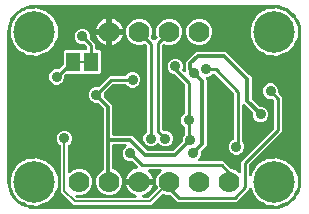
<source format=gbr>
G04 EAGLE Gerber RS-274X export*
G75*
%MOMM*%
%FSLAX34Y34*%
%LPD*%
%INBottom Copper*%
%IPPOS*%
%AMOC8*
5,1,8,0,0,1.08239X$1,22.5*%
G01*
%ADD10C,1.778000*%
%ADD11C,3.516000*%
%ADD12R,1.168400X1.600200*%
%ADD13R,0.635000X0.203200*%
%ADD14C,0.889000*%
%ADD15C,0.254000*%
%ADD16C,0.203200*%
%ADD17C,0.304800*%

G36*
X228622Y2543D02*
X228622Y2543D01*
X228700Y2545D01*
X232077Y2810D01*
X232145Y2824D01*
X232214Y2829D01*
X232370Y2869D01*
X238794Y4956D01*
X238901Y5006D01*
X239012Y5050D01*
X239063Y5083D01*
X239082Y5091D01*
X239097Y5104D01*
X239148Y5136D01*
X244612Y9107D01*
X244699Y9188D01*
X244746Y9227D01*
X244752Y9231D01*
X244753Y9233D01*
X244791Y9264D01*
X244829Y9310D01*
X244844Y9324D01*
X244855Y9341D01*
X244893Y9387D01*
X246586Y11717D01*
X246599Y11741D01*
X246616Y11761D01*
X246675Y11879D01*
X246739Y11996D01*
X246746Y12022D01*
X246758Y12046D01*
X246785Y12174D01*
X246799Y12185D01*
X246823Y12196D01*
X246925Y12281D01*
X247031Y12361D01*
X247048Y12382D01*
X247068Y12398D01*
X247171Y12522D01*
X248864Y14852D01*
X248921Y14956D01*
X248985Y15056D01*
X249007Y15113D01*
X249017Y15131D01*
X249022Y15151D01*
X249044Y15206D01*
X251131Y21630D01*
X251144Y21698D01*
X251167Y21764D01*
X251190Y21923D01*
X251455Y25300D01*
X251455Y25304D01*
X251456Y25307D01*
X251455Y25326D01*
X251459Y25400D01*
X251459Y152400D01*
X251457Y152422D01*
X251455Y152500D01*
X251190Y155877D01*
X251176Y155945D01*
X251171Y156014D01*
X251131Y156170D01*
X249044Y162594D01*
X248993Y162701D01*
X248950Y162812D01*
X248917Y162863D01*
X248909Y162882D01*
X248896Y162897D01*
X248864Y162948D01*
X247171Y165278D01*
X247153Y165297D01*
X247139Y165320D01*
X247044Y165413D01*
X246953Y165509D01*
X246931Y165524D01*
X246912Y165542D01*
X246798Y165608D01*
X246792Y165624D01*
X246789Y165651D01*
X246740Y165775D01*
X246697Y165900D01*
X246682Y165922D01*
X246672Y165947D01*
X246586Y166083D01*
X244893Y168413D01*
X244812Y168499D01*
X244736Y168591D01*
X244690Y168629D01*
X244676Y168644D01*
X244658Y168655D01*
X244612Y168693D01*
X239148Y172664D01*
X239044Y172721D01*
X238944Y172785D01*
X238887Y172807D01*
X238869Y172817D01*
X238849Y172822D01*
X238794Y172844D01*
X232370Y174931D01*
X232302Y174944D01*
X232236Y174967D01*
X232077Y174990D01*
X228700Y175255D01*
X228678Y175254D01*
X228600Y175259D01*
X25400Y175259D01*
X25378Y175257D01*
X25300Y175255D01*
X21923Y174990D01*
X21855Y174976D01*
X21786Y174971D01*
X21630Y174931D01*
X18892Y174041D01*
X18867Y174030D01*
X18841Y174024D01*
X18724Y173963D01*
X18604Y173906D01*
X18583Y173889D01*
X18560Y173877D01*
X18462Y173789D01*
X18445Y173788D01*
X18418Y173793D01*
X18286Y173785D01*
X18153Y173783D01*
X18128Y173775D01*
X18101Y173774D01*
X17945Y173734D01*
X15206Y172844D01*
X15099Y172794D01*
X14988Y172750D01*
X14937Y172717D01*
X14918Y172709D01*
X14903Y172696D01*
X14852Y172664D01*
X9388Y168693D01*
X9301Y168612D01*
X9209Y168536D01*
X9171Y168490D01*
X9156Y168476D01*
X9145Y168458D01*
X9107Y168412D01*
X5136Y162948D01*
X5079Y162844D01*
X5015Y162744D01*
X4993Y162687D01*
X4983Y162669D01*
X4978Y162649D01*
X4956Y162594D01*
X2869Y156170D01*
X2856Y156102D01*
X2833Y156036D01*
X2810Y155877D01*
X2545Y152500D01*
X2546Y152478D01*
X2541Y152400D01*
X2541Y25400D01*
X2543Y25378D01*
X2545Y25300D01*
X2810Y21923D01*
X2824Y21855D01*
X2829Y21786D01*
X2869Y21630D01*
X4956Y15206D01*
X5006Y15099D01*
X5050Y14988D01*
X5083Y14937D01*
X5091Y14918D01*
X5104Y14903D01*
X5136Y14852D01*
X9107Y9388D01*
X9127Y9366D01*
X9138Y9348D01*
X9184Y9305D01*
X9188Y9301D01*
X9264Y9209D01*
X9310Y9171D01*
X9324Y9156D01*
X9342Y9145D01*
X9388Y9107D01*
X14852Y5136D01*
X14956Y5079D01*
X15056Y5015D01*
X15113Y4993D01*
X15131Y4983D01*
X15151Y4978D01*
X15206Y4956D01*
X17945Y4066D01*
X17971Y4061D01*
X17996Y4051D01*
X18127Y4031D01*
X18257Y4006D01*
X18284Y4008D01*
X18310Y4004D01*
X18441Y4018D01*
X18455Y4008D01*
X18474Y3989D01*
X18585Y3917D01*
X18694Y3842D01*
X18719Y3832D01*
X18742Y3818D01*
X18892Y3759D01*
X21630Y2869D01*
X21698Y2856D01*
X21764Y2833D01*
X21923Y2810D01*
X25300Y2545D01*
X25322Y2546D01*
X25400Y2541D01*
X228600Y2541D01*
X228622Y2543D01*
G37*
%LPC*%
G36*
X226876Y5780D02*
X226876Y5780D01*
X226858Y5780D01*
X226743Y5787D01*
X224699Y5787D01*
X224151Y6014D01*
X224052Y6041D01*
X223957Y6077D01*
X223865Y6092D01*
X223844Y6098D01*
X223831Y6098D01*
X223798Y6104D01*
X222379Y6253D01*
X219415Y7964D01*
X219413Y7965D01*
X219410Y7967D01*
X219266Y8038D01*
X217490Y8773D01*
X216893Y9370D01*
X216826Y9422D01*
X216765Y9483D01*
X216651Y9558D01*
X216642Y9565D01*
X216638Y9567D01*
X216631Y9572D01*
X215129Y10439D01*
X213339Y12903D01*
X213326Y12917D01*
X213316Y12933D01*
X213209Y13054D01*
X211973Y14290D01*
X211557Y15296D01*
X211522Y15356D01*
X211497Y15420D01*
X211411Y15556D01*
X210208Y17211D01*
X209648Y19844D01*
X209640Y19870D01*
X209636Y19896D01*
X209587Y20020D01*
X209544Y20145D01*
X209529Y20167D01*
X209519Y20192D01*
X209441Y20299D01*
X209368Y20410D01*
X209348Y20428D01*
X209333Y20449D01*
X209230Y20534D01*
X209132Y20623D01*
X209108Y20635D01*
X209088Y20652D01*
X208968Y20708D01*
X208850Y20770D01*
X208824Y20776D01*
X208800Y20788D01*
X208670Y20812D01*
X208540Y20843D01*
X208514Y20842D01*
X208487Y20847D01*
X208355Y20839D01*
X208222Y20836D01*
X208197Y20829D01*
X208170Y20828D01*
X208044Y20787D01*
X207916Y20751D01*
X207893Y20738D01*
X207868Y20730D01*
X207755Y20659D01*
X207640Y20592D01*
X207621Y20574D01*
X207599Y20559D01*
X207508Y20463D01*
X207413Y20370D01*
X207399Y20347D01*
X207381Y20328D01*
X207317Y20212D01*
X207248Y20098D01*
X207240Y20073D01*
X207227Y20049D01*
X207194Y19921D01*
X207156Y19794D01*
X207155Y19767D01*
X207148Y19741D01*
X207138Y19587D01*
X196313Y8762D01*
X146587Y8762D01*
X141244Y14106D01*
X141165Y14166D01*
X141093Y14234D01*
X141040Y14263D01*
X140992Y14300D01*
X140901Y14340D01*
X140815Y14388D01*
X140756Y14403D01*
X140701Y14427D01*
X140603Y14442D01*
X140507Y14467D01*
X140407Y14473D01*
X140386Y14477D01*
X140374Y14475D01*
X140346Y14477D01*
X137527Y14477D01*
X135172Y15453D01*
X135144Y15461D01*
X135118Y15474D01*
X134991Y15502D01*
X134866Y15537D01*
X134836Y15537D01*
X134807Y15544D01*
X134678Y15540D01*
X134548Y15542D01*
X134519Y15535D01*
X134489Y15534D01*
X134365Y15498D01*
X134238Y15468D01*
X134212Y15454D01*
X134184Y15446D01*
X134072Y15380D01*
X133957Y15319D01*
X133935Y15299D01*
X133910Y15284D01*
X133789Y15178D01*
X126610Y7999D01*
X124453Y5841D01*
X58427Y5841D01*
X56270Y7999D01*
X49909Y14360D01*
X47751Y16517D01*
X47751Y55633D01*
X47748Y55663D01*
X47750Y55692D01*
X47728Y55820D01*
X47711Y55949D01*
X47701Y55976D01*
X47695Y56006D01*
X47642Y56124D01*
X47594Y56245D01*
X47577Y56268D01*
X47565Y56295D01*
X47484Y56397D01*
X47408Y56502D01*
X47385Y56521D01*
X47366Y56544D01*
X47262Y56622D01*
X47173Y56696D01*
X45308Y58561D01*
X44322Y60941D01*
X44322Y63519D01*
X45308Y65899D01*
X47131Y67722D01*
X49511Y68708D01*
X52089Y68708D01*
X54469Y67722D01*
X56292Y65899D01*
X57278Y63519D01*
X57278Y60941D01*
X56292Y58561D01*
X54410Y56679D01*
X54356Y56648D01*
X54335Y56628D01*
X54310Y56612D01*
X54221Y56517D01*
X54128Y56427D01*
X54112Y56402D01*
X54092Y56380D01*
X54029Y56267D01*
X53961Y56156D01*
X53953Y56128D01*
X53938Y56102D01*
X53906Y55976D01*
X53868Y55852D01*
X53866Y55823D01*
X53859Y55794D01*
X53849Y55633D01*
X53849Y34260D01*
X53865Y34130D01*
X53871Y34035D01*
X53876Y34021D01*
X53879Y33984D01*
X53886Y33965D01*
X53889Y33944D01*
X53940Y33815D01*
X53966Y33743D01*
X53969Y33733D01*
X53970Y33731D01*
X53987Y33684D01*
X53998Y33668D01*
X54006Y33649D01*
X54087Y33537D01*
X54165Y33421D01*
X54181Y33408D01*
X54192Y33391D01*
X54300Y33303D01*
X54404Y33211D01*
X54422Y33202D01*
X54437Y33189D01*
X54563Y33129D01*
X54687Y33066D01*
X54707Y33062D01*
X54725Y33053D01*
X54862Y33027D01*
X54997Y32997D01*
X55018Y32997D01*
X55037Y32993D01*
X55176Y33002D01*
X55315Y33006D01*
X55335Y33012D01*
X55355Y33013D01*
X55487Y33056D01*
X55621Y33095D01*
X55638Y33105D01*
X55657Y33111D01*
X55722Y33152D01*
X55741Y33160D01*
X55785Y33192D01*
X55895Y33256D01*
X55916Y33275D01*
X55926Y33281D01*
X55940Y33296D01*
X55991Y33341D01*
X55999Y33346D01*
X56002Y33351D01*
X56015Y33363D01*
X57313Y34660D01*
X61327Y36323D01*
X65673Y36323D01*
X69687Y34660D01*
X72760Y31587D01*
X74423Y27573D01*
X74423Y23227D01*
X72760Y19213D01*
X69687Y16140D01*
X65673Y14477D01*
X61479Y14477D01*
X61341Y14460D01*
X61202Y14447D01*
X61183Y14440D01*
X61163Y14437D01*
X61034Y14386D01*
X60903Y14339D01*
X60886Y14328D01*
X60867Y14320D01*
X60755Y14239D01*
X60640Y14161D01*
X60626Y14145D01*
X60610Y14134D01*
X60521Y14026D01*
X60429Y13922D01*
X60420Y13904D01*
X60407Y13889D01*
X60348Y13763D01*
X60285Y13639D01*
X60280Y13619D01*
X60272Y13601D01*
X60246Y13465D01*
X60215Y13329D01*
X60216Y13308D01*
X60212Y13289D01*
X60220Y13150D01*
X60225Y13011D01*
X60230Y12991D01*
X60232Y12971D01*
X60274Y12839D01*
X60313Y12705D01*
X60323Y12688D01*
X60330Y12669D01*
X60404Y12551D01*
X60475Y12431D01*
X60493Y12410D01*
X60500Y12400D01*
X60508Y12392D01*
X60515Y12386D01*
X60581Y12311D01*
X60581Y12310D01*
X60659Y12250D01*
X60731Y12182D01*
X60784Y12153D01*
X60832Y12116D01*
X60923Y12076D01*
X61010Y12028D01*
X61068Y12013D01*
X61124Y11989D01*
X61222Y11974D01*
X61318Y11949D01*
X61418Y11943D01*
X61438Y11939D01*
X61451Y11941D01*
X61479Y11939D01*
X110725Y11939D01*
X110844Y11954D01*
X110963Y11961D01*
X111001Y11974D01*
X111041Y11979D01*
X111152Y12023D01*
X111265Y12059D01*
X111299Y12081D01*
X111336Y12096D01*
X111433Y12166D01*
X111534Y12230D01*
X111561Y12259D01*
X111594Y12282D01*
X111670Y12375D01*
X111752Y12461D01*
X111771Y12497D01*
X111797Y12527D01*
X111847Y12635D01*
X111905Y12740D01*
X111915Y12779D01*
X111932Y12815D01*
X111955Y12932D01*
X111984Y13048D01*
X111984Y13088D01*
X111992Y13127D01*
X111985Y13247D01*
X111985Y13366D01*
X111975Y13405D01*
X111972Y13445D01*
X111935Y13558D01*
X111906Y13674D01*
X111886Y13709D01*
X111874Y13747D01*
X111810Y13848D01*
X111753Y13953D01*
X111725Y13982D01*
X111704Y14016D01*
X111617Y14098D01*
X111535Y14185D01*
X111502Y14207D01*
X111472Y14234D01*
X111368Y14292D01*
X111267Y14356D01*
X111212Y14378D01*
X111194Y14388D01*
X111174Y14393D01*
X111117Y14415D01*
X109912Y14807D01*
X108309Y15623D01*
X106853Y16681D01*
X105581Y17953D01*
X104523Y19409D01*
X103707Y21012D01*
X103151Y22723D01*
X103123Y22901D01*
X113070Y22901D01*
X113188Y22916D01*
X113307Y22923D01*
X113345Y22935D01*
X113385Y22941D01*
X113496Y22984D01*
X113609Y23021D01*
X113643Y23043D01*
X113681Y23058D01*
X113777Y23127D01*
X113878Y23191D01*
X113906Y23221D01*
X113938Y23244D01*
X114014Y23336D01*
X114096Y23423D01*
X114115Y23458D01*
X114141Y23489D01*
X114192Y23597D01*
X114249Y23701D01*
X114259Y23741D01*
X114277Y23777D01*
X114297Y23884D01*
X114301Y23854D01*
X114345Y23744D01*
X114381Y23631D01*
X114403Y23596D01*
X114418Y23559D01*
X114488Y23462D01*
X114551Y23362D01*
X114581Y23334D01*
X114605Y23301D01*
X114696Y23225D01*
X114783Y23144D01*
X114818Y23124D01*
X114850Y23099D01*
X114957Y23048D01*
X115062Y22990D01*
X115101Y22980D01*
X115137Y22963D01*
X115254Y22941D01*
X115370Y22911D01*
X115430Y22907D01*
X115450Y22903D01*
X115470Y22905D01*
X115530Y22901D01*
X125477Y22901D01*
X125449Y22723D01*
X124893Y21012D01*
X124077Y19409D01*
X123019Y17953D01*
X121747Y16681D01*
X120291Y15623D01*
X118688Y14807D01*
X117483Y14415D01*
X117375Y14364D01*
X117264Y14320D01*
X117231Y14297D01*
X117195Y14280D01*
X117103Y14204D01*
X117006Y14134D01*
X116981Y14103D01*
X116950Y14077D01*
X116880Y13981D01*
X116803Y13889D01*
X116786Y13852D01*
X116763Y13820D01*
X116719Y13709D01*
X116668Y13601D01*
X116660Y13561D01*
X116646Y13524D01*
X116631Y13406D01*
X116608Y13288D01*
X116611Y13249D01*
X116606Y13209D01*
X116620Y13090D01*
X116628Y12971D01*
X116640Y12933D01*
X116645Y12893D01*
X116689Y12782D01*
X116726Y12669D01*
X116747Y12635D01*
X116762Y12597D01*
X116832Y12501D01*
X116896Y12400D01*
X116925Y12372D01*
X116949Y12340D01*
X117041Y12264D01*
X117128Y12182D01*
X117163Y12163D01*
X117194Y12137D01*
X117302Y12086D01*
X117406Y12028D01*
X117445Y12018D01*
X117481Y12001D01*
X117599Y11979D01*
X117714Y11949D01*
X117774Y11945D01*
X117794Y11941D01*
X117814Y11943D01*
X117875Y11939D01*
X121401Y11939D01*
X121500Y11951D01*
X121599Y11954D01*
X121657Y11971D01*
X121717Y11979D01*
X121809Y12015D01*
X121904Y12043D01*
X121956Y12073D01*
X122013Y12096D01*
X122093Y12154D01*
X122178Y12204D01*
X122254Y12270D01*
X122270Y12282D01*
X122278Y12292D01*
X122299Y12310D01*
X129478Y19489D01*
X129496Y19513D01*
X129518Y19532D01*
X129593Y19638D01*
X129673Y19740D01*
X129684Y19768D01*
X129701Y19792D01*
X129747Y19913D01*
X129799Y20032D01*
X129804Y20061D01*
X129814Y20089D01*
X129828Y20218D01*
X129849Y20346D01*
X129846Y20376D01*
X129849Y20405D01*
X129831Y20534D01*
X129819Y20663D01*
X129809Y20691D01*
X129805Y20720D01*
X129753Y20872D01*
X128777Y23227D01*
X128777Y27573D01*
X130440Y31587D01*
X132753Y33901D01*
X132839Y34010D01*
X132927Y34117D01*
X132936Y34136D01*
X132948Y34152D01*
X133004Y34280D01*
X133063Y34405D01*
X133067Y34425D01*
X133075Y34444D01*
X133097Y34582D01*
X133123Y34718D01*
X133121Y34738D01*
X133125Y34758D01*
X133112Y34897D01*
X133103Y35035D01*
X133097Y35054D01*
X133095Y35074D01*
X133048Y35206D01*
X133005Y35337D01*
X132994Y35355D01*
X132987Y35374D01*
X132909Y35489D01*
X132835Y35606D01*
X132820Y35620D01*
X132809Y35637D01*
X132704Y35729D01*
X132603Y35824D01*
X132585Y35834D01*
X132570Y35847D01*
X132446Y35911D01*
X132325Y35978D01*
X132305Y35983D01*
X132287Y35992D01*
X132151Y36022D01*
X132017Y36057D01*
X131989Y36059D01*
X131977Y36062D01*
X131956Y36061D01*
X131856Y36067D01*
X122862Y36067D01*
X122724Y36050D01*
X122586Y36037D01*
X122567Y36030D01*
X122547Y36027D01*
X122418Y35976D01*
X122287Y35929D01*
X122270Y35918D01*
X122251Y35910D01*
X122139Y35829D01*
X122024Y35751D01*
X122010Y35735D01*
X121994Y35724D01*
X121905Y35616D01*
X121813Y35512D01*
X121804Y35494D01*
X121791Y35479D01*
X121732Y35353D01*
X121669Y35229D01*
X121664Y35209D01*
X121656Y35191D01*
X121629Y35054D01*
X121599Y34919D01*
X121600Y34898D01*
X121596Y34879D01*
X121604Y34740D01*
X121609Y34601D01*
X121614Y34581D01*
X121616Y34561D01*
X121658Y34429D01*
X121697Y34295D01*
X121707Y34278D01*
X121714Y34259D01*
X121788Y34141D01*
X121859Y34021D01*
X121877Y34000D01*
X121884Y33990D01*
X121899Y33976D01*
X121965Y33901D01*
X123019Y32847D01*
X124077Y31391D01*
X124893Y29788D01*
X125449Y28077D01*
X125477Y27899D01*
X115530Y27899D01*
X115412Y27884D01*
X115293Y27877D01*
X115255Y27864D01*
X115215Y27859D01*
X115104Y27816D01*
X114991Y27779D01*
X114957Y27757D01*
X114919Y27742D01*
X114823Y27673D01*
X114722Y27609D01*
X114694Y27579D01*
X114662Y27556D01*
X114586Y27464D01*
X114504Y27377D01*
X114485Y27342D01*
X114459Y27311D01*
X114408Y27203D01*
X114351Y27099D01*
X114341Y27059D01*
X114323Y27023D01*
X114303Y26916D01*
X114299Y26946D01*
X114255Y27056D01*
X114219Y27169D01*
X114197Y27204D01*
X114182Y27241D01*
X114112Y27337D01*
X114049Y27438D01*
X114019Y27466D01*
X113995Y27499D01*
X113904Y27575D01*
X113817Y27656D01*
X113782Y27676D01*
X113750Y27701D01*
X113643Y27752D01*
X113538Y27810D01*
X113499Y27820D01*
X113463Y27837D01*
X113346Y27859D01*
X113230Y27889D01*
X113170Y27893D01*
X113150Y27897D01*
X113130Y27895D01*
X113070Y27899D01*
X103123Y27899D01*
X103151Y28077D01*
X103707Y29788D01*
X104523Y31391D01*
X105581Y32847D01*
X106853Y34119D01*
X108309Y35177D01*
X109912Y35993D01*
X111623Y36549D01*
X112069Y36620D01*
X112107Y36631D01*
X112147Y36635D01*
X112260Y36675D01*
X112375Y36709D01*
X112409Y36729D01*
X112446Y36742D01*
X112545Y36809D01*
X112648Y36870D01*
X112677Y36899D01*
X112710Y36921D01*
X112789Y37011D01*
X112873Y37095D01*
X112894Y37129D01*
X112920Y37159D01*
X112974Y37266D01*
X113035Y37369D01*
X113046Y37407D01*
X113065Y37443D01*
X113091Y37559D01*
X113124Y37674D01*
X113126Y37714D01*
X113134Y37753D01*
X113131Y37873D01*
X113134Y37992D01*
X113126Y38031D01*
X113125Y38071D01*
X113091Y38186D01*
X113065Y38303D01*
X113047Y38338D01*
X113036Y38376D01*
X112976Y38479D01*
X112921Y38586D01*
X112895Y38616D01*
X112875Y38650D01*
X112768Y38771D01*
X108859Y42681D01*
X108780Y42741D01*
X108708Y42809D01*
X108655Y42838D01*
X108607Y42875D01*
X108516Y42915D01*
X108430Y42963D01*
X108371Y42978D01*
X108316Y43002D01*
X108218Y43017D01*
X108122Y43042D01*
X108022Y43048D01*
X108001Y43052D01*
X107989Y43050D01*
X107961Y43052D01*
X105391Y43052D01*
X103011Y44038D01*
X101188Y45861D01*
X100202Y48241D01*
X100202Y50819D01*
X101188Y53199D01*
X103063Y55074D01*
X103141Y55119D01*
X103192Y55167D01*
X103248Y55208D01*
X103305Y55278D01*
X103370Y55340D01*
X103406Y55400D01*
X103451Y55453D01*
X103489Y55535D01*
X103536Y55611D01*
X103557Y55678D01*
X103587Y55741D01*
X103603Y55829D01*
X103630Y55915D01*
X103633Y55985D01*
X103646Y56054D01*
X103641Y56143D01*
X103645Y56233D01*
X103631Y56301D01*
X103627Y56371D01*
X103599Y56456D01*
X103581Y56544D01*
X103550Y56607D01*
X103529Y56673D01*
X103481Y56749D01*
X103441Y56830D01*
X103396Y56883D01*
X103358Y56942D01*
X103293Y57004D01*
X103235Y57072D01*
X103178Y57112D01*
X103127Y57160D01*
X103048Y57203D01*
X102975Y57255D01*
X102910Y57280D01*
X102848Y57314D01*
X102761Y57336D01*
X102678Y57368D01*
X102608Y57376D01*
X102540Y57393D01*
X102380Y57403D01*
X92456Y57403D01*
X92338Y57388D01*
X92219Y57381D01*
X92181Y57368D01*
X92140Y57363D01*
X92030Y57320D01*
X91917Y57283D01*
X91882Y57261D01*
X91845Y57246D01*
X91749Y57177D01*
X91648Y57113D01*
X91620Y57083D01*
X91587Y57060D01*
X91511Y56968D01*
X91430Y56881D01*
X91410Y56846D01*
X91385Y56815D01*
X91334Y56707D01*
X91276Y56603D01*
X91266Y56563D01*
X91249Y56527D01*
X91227Y56410D01*
X91197Y56295D01*
X91193Y56235D01*
X91189Y56215D01*
X91191Y56194D01*
X91187Y56134D01*
X91187Y37124D01*
X91190Y37094D01*
X91188Y37065D01*
X91210Y36937D01*
X91227Y36808D01*
X91237Y36781D01*
X91242Y36751D01*
X91296Y36633D01*
X91344Y36512D01*
X91361Y36488D01*
X91373Y36462D01*
X91454Y36360D01*
X91530Y36255D01*
X91553Y36236D01*
X91572Y36213D01*
X91675Y36135D01*
X91775Y36052D01*
X91802Y36040D01*
X91826Y36022D01*
X91970Y35951D01*
X95087Y34660D01*
X98160Y31587D01*
X99823Y27573D01*
X99823Y23227D01*
X98160Y19213D01*
X95087Y16140D01*
X91073Y14477D01*
X86727Y14477D01*
X82713Y16140D01*
X79640Y19213D01*
X77977Y23227D01*
X77977Y27573D01*
X79640Y31587D01*
X82713Y34660D01*
X83290Y34899D01*
X83315Y34913D01*
X83343Y34923D01*
X83453Y34992D01*
X83566Y35056D01*
X83587Y35077D01*
X83612Y35093D01*
X83701Y35187D01*
X83794Y35278D01*
X83810Y35303D01*
X83830Y35324D01*
X83893Y35438D01*
X83961Y35549D01*
X83969Y35577D01*
X83984Y35603D01*
X84016Y35729D01*
X84054Y35853D01*
X84056Y35882D01*
X84063Y35911D01*
X84073Y36071D01*
X84073Y62453D01*
X84103Y62485D01*
X84132Y62538D01*
X84169Y62586D01*
X84209Y62677D01*
X84257Y62763D01*
X84272Y62822D01*
X84296Y62878D01*
X84311Y62976D01*
X84336Y63071D01*
X84342Y63171D01*
X84346Y63192D01*
X84344Y63204D01*
X84346Y63232D01*
X84346Y86901D01*
X84334Y86999D01*
X84331Y87098D01*
X84314Y87156D01*
X84306Y87217D01*
X84270Y87309D01*
X84242Y87404D01*
X84212Y87456D01*
X84189Y87512D01*
X84131Y87592D01*
X84081Y87678D01*
X84015Y87753D01*
X84003Y87770D01*
X83993Y87777D01*
X83975Y87799D01*
X79563Y92211D01*
X79484Y92271D01*
X79412Y92339D01*
X79359Y92368D01*
X79311Y92405D01*
X79220Y92445D01*
X79134Y92493D01*
X79075Y92508D01*
X79019Y92532D01*
X78921Y92547D01*
X78826Y92572D01*
X78726Y92578D01*
X78705Y92582D01*
X78693Y92580D01*
X78665Y92582D01*
X76454Y92582D01*
X74074Y93568D01*
X72251Y95391D01*
X71265Y97771D01*
X71265Y100349D01*
X72251Y102729D01*
X74074Y104552D01*
X76454Y105538D01*
X79024Y105538D01*
X79122Y105550D01*
X79221Y105553D01*
X79280Y105570D01*
X79340Y105578D01*
X79432Y105614D01*
X79527Y105642D01*
X79579Y105672D01*
X79635Y105695D01*
X79715Y105753D01*
X79801Y105803D01*
X79876Y105869D01*
X79893Y105881D01*
X79901Y105891D01*
X79922Y105909D01*
X89075Y115063D01*
X102201Y115063D01*
X102299Y115075D01*
X102398Y115078D01*
X102457Y115095D01*
X102517Y115103D01*
X102609Y115139D01*
X102704Y115167D01*
X102756Y115197D01*
X102812Y115220D01*
X102892Y115278D01*
X102978Y115328D01*
X103053Y115394D01*
X103070Y115406D01*
X103077Y115416D01*
X103099Y115434D01*
X104916Y117252D01*
X107296Y118238D01*
X109874Y118238D01*
X112254Y117252D01*
X114077Y115429D01*
X115063Y113049D01*
X115063Y110471D01*
X114077Y108091D01*
X112254Y106268D01*
X109874Y105282D01*
X107296Y105282D01*
X104916Y106268D01*
X103099Y108086D01*
X103020Y108146D01*
X102948Y108214D01*
X102895Y108243D01*
X102847Y108280D01*
X102756Y108320D01*
X102670Y108368D01*
X102611Y108383D01*
X102555Y108407D01*
X102457Y108422D01*
X102362Y108447D01*
X102262Y108453D01*
X102241Y108457D01*
X102229Y108455D01*
X102201Y108457D01*
X92337Y108457D01*
X92239Y108445D01*
X92140Y108442D01*
X92081Y108425D01*
X92021Y108417D01*
X91929Y108381D01*
X91834Y108353D01*
X91782Y108323D01*
X91726Y108300D01*
X91646Y108242D01*
X91560Y108192D01*
X91485Y108126D01*
X91468Y108114D01*
X91460Y108104D01*
X91439Y108086D01*
X84592Y101239D01*
X84532Y101160D01*
X84464Y101088D01*
X84435Y101035D01*
X84398Y100987D01*
X84358Y100896D01*
X84310Y100810D01*
X84295Y100751D01*
X84271Y100696D01*
X84256Y100598D01*
X84231Y100502D01*
X84225Y100402D01*
X84221Y100381D01*
X84223Y100369D01*
X84221Y100341D01*
X84221Y98138D01*
X84233Y98040D01*
X84236Y97941D01*
X84253Y97883D01*
X84261Y97822D01*
X84297Y97730D01*
X84325Y97635D01*
X84355Y97583D01*
X84378Y97527D01*
X84436Y97447D01*
X84486Y97361D01*
X84552Y97286D01*
X84564Y97269D01*
X84574Y97262D01*
X84592Y97240D01*
X91460Y90373D01*
X91460Y65786D01*
X91475Y65668D01*
X91482Y65549D01*
X91495Y65511D01*
X91500Y65470D01*
X91543Y65360D01*
X91580Y65247D01*
X91602Y65212D01*
X91617Y65175D01*
X91686Y65079D01*
X91750Y64978D01*
X91780Y64950D01*
X91803Y64917D01*
X91895Y64841D01*
X91982Y64760D01*
X92017Y64740D01*
X92048Y64715D01*
X92156Y64664D01*
X92260Y64606D01*
X92300Y64596D01*
X92336Y64579D01*
X92453Y64557D01*
X92568Y64527D01*
X92628Y64523D01*
X92648Y64519D01*
X92669Y64521D01*
X92729Y64517D01*
X108153Y64517D01*
X120481Y52188D01*
X120560Y52128D01*
X120632Y52060D01*
X120685Y52031D01*
X120733Y51994D01*
X120824Y51954D01*
X120910Y51906D01*
X120969Y51891D01*
X121025Y51867D01*
X121123Y51852D01*
X121218Y51827D01*
X121318Y51821D01*
X121339Y51817D01*
X121351Y51819D01*
X121379Y51817D01*
X142781Y51817D01*
X142879Y51829D01*
X142978Y51832D01*
X143036Y51849D01*
X143097Y51857D01*
X143189Y51893D01*
X143284Y51921D01*
X143336Y51951D01*
X143392Y51974D01*
X143472Y52032D01*
X143558Y52082D01*
X143633Y52148D01*
X143650Y52160D01*
X143657Y52170D01*
X143679Y52188D01*
X150631Y59140D01*
X150691Y59219D01*
X150759Y59291D01*
X150788Y59344D01*
X150825Y59392D01*
X150865Y59483D01*
X150913Y59569D01*
X150928Y59628D01*
X150952Y59684D01*
X150967Y59782D01*
X150992Y59877D01*
X150998Y59977D01*
X151002Y59998D01*
X151000Y60010D01*
X151002Y60038D01*
X151002Y62249D01*
X151988Y64629D01*
X152536Y65176D01*
X152596Y65255D01*
X152664Y65327D01*
X152693Y65380D01*
X152730Y65428D01*
X152770Y65519D01*
X152818Y65605D01*
X152833Y65664D01*
X152857Y65720D01*
X152872Y65818D01*
X152897Y65913D01*
X152903Y66013D01*
X152907Y66034D01*
X152905Y66046D01*
X152907Y66074D01*
X152907Y71086D01*
X152895Y71184D01*
X152892Y71283D01*
X152886Y71304D01*
X152885Y71317D01*
X152874Y71352D01*
X152867Y71402D01*
X152831Y71494D01*
X152803Y71589D01*
X152789Y71613D01*
X152787Y71620D01*
X152771Y71644D01*
X152750Y71697D01*
X152692Y71777D01*
X152642Y71863D01*
X152576Y71938D01*
X152564Y71955D01*
X152554Y71962D01*
X152536Y71984D01*
X150718Y73801D01*
X149732Y76181D01*
X149732Y78759D01*
X150718Y81139D01*
X152536Y82956D01*
X152596Y83035D01*
X152664Y83107D01*
X152693Y83160D01*
X152730Y83208D01*
X152770Y83299D01*
X152818Y83385D01*
X152833Y83444D01*
X152857Y83500D01*
X152872Y83597D01*
X152897Y83693D01*
X152903Y83793D01*
X152907Y83814D01*
X152905Y83826D01*
X152907Y83854D01*
X152907Y107326D01*
X152895Y107424D01*
X152892Y107523D01*
X152875Y107582D01*
X152867Y107642D01*
X152831Y107734D01*
X152803Y107829D01*
X152773Y107881D01*
X152750Y107937D01*
X152692Y108017D01*
X152642Y108103D01*
X152576Y108178D01*
X152564Y108195D01*
X152554Y108203D01*
X152536Y108224D01*
X144419Y116341D01*
X144340Y116401D01*
X144268Y116469D01*
X144215Y116498D01*
X144167Y116535D01*
X144076Y116575D01*
X143990Y116623D01*
X143931Y116638D01*
X143876Y116662D01*
X143778Y116677D01*
X143682Y116702D01*
X143582Y116708D01*
X143561Y116712D01*
X143549Y116710D01*
X143521Y116712D01*
X143491Y116712D01*
X141111Y117698D01*
X139288Y119521D01*
X138302Y121901D01*
X138302Y124479D01*
X139288Y126859D01*
X141111Y128682D01*
X143491Y129668D01*
X146069Y129668D01*
X148449Y128682D01*
X150272Y126859D01*
X151258Y124479D01*
X151258Y121901D01*
X150686Y120522D01*
X150679Y120494D01*
X150665Y120468D01*
X150637Y120341D01*
X150603Y120216D01*
X150602Y120186D01*
X150596Y120157D01*
X150600Y120028D01*
X150597Y119898D01*
X150604Y119869D01*
X150605Y119839D01*
X150641Y119715D01*
X150672Y119588D01*
X150685Y119562D01*
X150694Y119534D01*
X150760Y119422D01*
X150820Y119307D01*
X150840Y119285D01*
X150855Y119260D01*
X150962Y119139D01*
X151594Y118507D01*
X151704Y118422D01*
X151811Y118333D01*
X151829Y118324D01*
X151845Y118312D01*
X151973Y118256D01*
X152099Y118197D01*
X152118Y118194D01*
X152137Y118186D01*
X152275Y118164D01*
X152411Y118138D01*
X152431Y118139D01*
X152451Y118136D01*
X152590Y118149D01*
X152728Y118157D01*
X152747Y118164D01*
X152768Y118166D01*
X152899Y118213D01*
X153031Y118255D01*
X153048Y118266D01*
X153067Y118273D01*
X153182Y118351D01*
X153300Y118426D01*
X153313Y118440D01*
X153330Y118452D01*
X153422Y118556D01*
X153517Y118657D01*
X153527Y118675D01*
X153541Y118690D01*
X153604Y118814D01*
X153671Y118936D01*
X153676Y118955D01*
X153685Y118973D01*
X153697Y119027D01*
X153827Y119340D01*
X153829Y119348D01*
X153834Y119357D01*
X153871Y119502D01*
X153911Y119646D01*
X153911Y119656D01*
X153913Y119665D01*
X153923Y119825D01*
X153923Y127203D01*
X159902Y133181D01*
X159902Y133182D01*
X162357Y135637D01*
X187528Y135637D01*
X189984Y133181D01*
X206841Y116323D01*
X206842Y116323D01*
X209297Y113868D01*
X209297Y95852D01*
X209309Y95754D01*
X209312Y95655D01*
X209329Y95597D01*
X209337Y95536D01*
X209373Y95444D01*
X209401Y95349D01*
X209431Y95297D01*
X209454Y95241D01*
X209512Y95161D01*
X209562Y95075D01*
X209628Y95000D01*
X209640Y94983D01*
X209650Y94976D01*
X209668Y94954D01*
X215223Y89399D01*
X215302Y89339D01*
X215374Y89271D01*
X215427Y89242D01*
X215475Y89205D01*
X215566Y89165D01*
X215652Y89117D01*
X215711Y89102D01*
X215767Y89078D01*
X215865Y89063D01*
X215960Y89038D01*
X216060Y89032D01*
X216081Y89028D01*
X216093Y89030D01*
X216121Y89028D01*
X218332Y89028D01*
X220712Y88042D01*
X222535Y86219D01*
X223521Y83839D01*
X223521Y81261D01*
X222535Y78881D01*
X220712Y77058D01*
X218332Y76072D01*
X215754Y76072D01*
X213374Y77058D01*
X211551Y78881D01*
X210565Y81261D01*
X210565Y83472D01*
X210553Y83570D01*
X210550Y83669D01*
X210533Y83727D01*
X210525Y83788D01*
X210489Y83880D01*
X210461Y83975D01*
X210431Y84027D01*
X210408Y84083D01*
X210350Y84163D01*
X210300Y84249D01*
X210234Y84324D01*
X210222Y84341D01*
X210212Y84348D01*
X210194Y84370D01*
X204639Y89925D01*
X204638Y89925D01*
X203589Y90974D01*
X203480Y91058D01*
X203373Y91147D01*
X203354Y91156D01*
X203338Y91168D01*
X203211Y91224D01*
X203085Y91283D01*
X203065Y91287D01*
X203046Y91295D01*
X202908Y91317D01*
X202772Y91343D01*
X202752Y91342D01*
X202732Y91345D01*
X202593Y91332D01*
X202455Y91323D01*
X202436Y91317D01*
X202416Y91315D01*
X202284Y91268D01*
X202153Y91225D01*
X202135Y91214D01*
X202116Y91207D01*
X202001Y91129D01*
X201884Y91055D01*
X201870Y91040D01*
X201853Y91029D01*
X201761Y90925D01*
X201666Y90823D01*
X201656Y90805D01*
X201643Y90790D01*
X201580Y90667D01*
X201512Y90545D01*
X201507Y90525D01*
X201498Y90507D01*
X201468Y90371D01*
X201433Y90237D01*
X201431Y90209D01*
X201428Y90197D01*
X201429Y90176D01*
X201423Y90076D01*
X201423Y59724D01*
X201435Y59626D01*
X201438Y59527D01*
X201455Y59468D01*
X201463Y59408D01*
X201499Y59316D01*
X201527Y59221D01*
X201557Y59169D01*
X201580Y59113D01*
X201638Y59033D01*
X201688Y58947D01*
X201754Y58872D01*
X201766Y58855D01*
X201776Y58848D01*
X201794Y58826D01*
X201944Y58677D01*
X202930Y56297D01*
X202930Y53719D01*
X201944Y51339D01*
X200121Y49516D01*
X197741Y48530D01*
X195163Y48530D01*
X192783Y49516D01*
X190960Y51339D01*
X189974Y53719D01*
X189974Y56297D01*
X190960Y58677D01*
X192783Y60500D01*
X194034Y61018D01*
X194059Y61032D01*
X194087Y61041D01*
X194143Y61077D01*
X194159Y61083D01*
X194199Y61112D01*
X194310Y61175D01*
X194331Y61196D01*
X194356Y61212D01*
X194399Y61257D01*
X194417Y61270D01*
X194452Y61313D01*
X194538Y61397D01*
X194554Y61422D01*
X194574Y61443D01*
X194602Y61494D01*
X194619Y61515D01*
X194647Y61574D01*
X194705Y61668D01*
X194713Y61696D01*
X194728Y61722D01*
X194741Y61772D01*
X194755Y61803D01*
X194769Y61877D01*
X194798Y61972D01*
X194800Y62001D01*
X194807Y62030D01*
X194811Y62098D01*
X194815Y62115D01*
X194814Y62133D01*
X194817Y62190D01*
X194817Y99706D01*
X194805Y99804D01*
X194802Y99903D01*
X194785Y99962D01*
X194777Y100022D01*
X194741Y100114D01*
X194713Y100209D01*
X194683Y100261D01*
X194660Y100317D01*
X194602Y100397D01*
X194552Y100483D01*
X194486Y100558D01*
X194474Y100575D01*
X194464Y100583D01*
X194446Y100604D01*
X178017Y117033D01*
X177922Y117106D01*
X177833Y117184D01*
X177797Y117203D01*
X177765Y117228D01*
X177656Y117275D01*
X177550Y117329D01*
X177511Y117338D01*
X177473Y117354D01*
X177356Y117373D01*
X177240Y117399D01*
X177199Y117397D01*
X177159Y117404D01*
X177041Y117393D01*
X176922Y117389D01*
X176883Y117378D01*
X176843Y117374D01*
X176731Y117334D01*
X176616Y117301D01*
X176582Y117280D01*
X176543Y117266D01*
X176445Y117200D01*
X176342Y117139D01*
X176297Y117099D01*
X176280Y117088D01*
X176267Y117073D01*
X176222Y117033D01*
X174484Y115295D01*
X172104Y114309D01*
X171915Y114309D01*
X171777Y114292D01*
X171639Y114279D01*
X171620Y114272D01*
X171599Y114269D01*
X171470Y114218D01*
X171339Y114171D01*
X171323Y114160D01*
X171304Y114152D01*
X171191Y114071D01*
X171076Y113993D01*
X171063Y113977D01*
X171046Y113966D01*
X170958Y113858D01*
X170866Y113754D01*
X170856Y113736D01*
X170844Y113721D01*
X170784Y113595D01*
X170721Y113471D01*
X170717Y113451D01*
X170708Y113433D01*
X170682Y113297D01*
X170651Y113161D01*
X170652Y113140D01*
X170648Y113121D01*
X170657Y112982D01*
X170661Y112843D01*
X170667Y112823D01*
X170668Y112803D01*
X170711Y112671D01*
X170749Y112537D01*
X170760Y112520D01*
X170766Y112501D01*
X170840Y112383D01*
X170911Y112263D01*
X170930Y112242D01*
X170936Y112232D01*
X170951Y112218D01*
X171017Y112142D01*
X171197Y111963D01*
X171197Y55874D01*
X166672Y51350D01*
X166612Y51271D01*
X166544Y51199D01*
X166515Y51146D01*
X166478Y51098D01*
X166438Y51007D01*
X166390Y50921D01*
X166375Y50862D01*
X166351Y50806D01*
X166336Y50708D01*
X166311Y50613D01*
X166305Y50513D01*
X166301Y50492D01*
X166303Y50480D01*
X166301Y50452D01*
X166301Y48241D01*
X165315Y45861D01*
X164293Y44839D01*
X164209Y44730D01*
X164119Y44623D01*
X164111Y44604D01*
X164098Y44588D01*
X164043Y44461D01*
X163984Y44335D01*
X163980Y44315D01*
X163972Y44296D01*
X163950Y44158D01*
X163924Y44022D01*
X163925Y44002D01*
X163922Y43982D01*
X163935Y43843D01*
X163944Y43705D01*
X163950Y43686D01*
X163952Y43666D01*
X163999Y43534D01*
X164042Y43403D01*
X164053Y43385D01*
X164060Y43366D01*
X164138Y43251D01*
X164212Y43134D01*
X164227Y43120D01*
X164238Y43103D01*
X164342Y43011D01*
X164444Y42916D01*
X164462Y42906D01*
X164477Y42893D01*
X164600Y42830D01*
X164722Y42762D01*
X164742Y42757D01*
X164760Y42748D01*
X164896Y42718D01*
X165030Y42683D01*
X165058Y42681D01*
X165070Y42678D01*
X165091Y42679D01*
X165191Y42673D01*
X185518Y42673D01*
X191496Y36694D01*
X191575Y36634D01*
X191647Y36566D01*
X191700Y36537D01*
X191748Y36500D01*
X191839Y36460D01*
X191925Y36412D01*
X191984Y36397D01*
X192039Y36373D01*
X192137Y36358D01*
X192233Y36333D01*
X192333Y36327D01*
X192354Y36323D01*
X192366Y36325D01*
X192394Y36323D01*
X192673Y36323D01*
X196687Y34660D01*
X198366Y32982D01*
X198475Y32896D01*
X198582Y32808D01*
X198601Y32799D01*
X198617Y32787D01*
X198745Y32731D01*
X198870Y32672D01*
X198890Y32668D01*
X198909Y32660D01*
X199047Y32638D01*
X199183Y32612D01*
X199203Y32614D01*
X199223Y32610D01*
X199362Y32623D01*
X199500Y32632D01*
X199519Y32638D01*
X199539Y32640D01*
X199671Y32687D01*
X199802Y32730D01*
X199820Y32741D01*
X199839Y32748D01*
X199954Y32826D01*
X200071Y32900D01*
X200085Y32915D01*
X200102Y32926D01*
X200194Y33031D01*
X200289Y33132D01*
X200299Y33150D01*
X200312Y33165D01*
X200376Y33289D01*
X200443Y33410D01*
X200448Y33430D01*
X200457Y33448D01*
X200487Y33584D01*
X200522Y33718D01*
X200524Y33746D01*
X200527Y33758D01*
X200526Y33779D01*
X200532Y33879D01*
X200532Y42643D01*
X228101Y70211D01*
X228161Y70290D01*
X228229Y70362D01*
X228258Y70415D01*
X228295Y70463D01*
X228335Y70554D01*
X228383Y70640D01*
X228398Y70699D01*
X228422Y70754D01*
X228437Y70852D01*
X228462Y70948D01*
X228468Y71048D01*
X228472Y71069D01*
X228470Y71081D01*
X228472Y71109D01*
X228472Y93991D01*
X228460Y94089D01*
X228457Y94188D01*
X228440Y94247D01*
X228432Y94307D01*
X228396Y94399D01*
X228368Y94494D01*
X228338Y94546D01*
X228315Y94602D01*
X228257Y94682D01*
X228207Y94768D01*
X228141Y94843D01*
X228129Y94860D01*
X228119Y94868D01*
X228101Y94889D01*
X227604Y95386D01*
X227525Y95446D01*
X227453Y95514D01*
X227400Y95543D01*
X227352Y95580D01*
X227261Y95620D01*
X227175Y95668D01*
X227116Y95683D01*
X227061Y95707D01*
X226963Y95722D01*
X226867Y95747D01*
X226767Y95753D01*
X226746Y95757D01*
X226734Y95755D01*
X226706Y95757D01*
X224136Y95757D01*
X221756Y96743D01*
X219933Y98566D01*
X218947Y100946D01*
X218947Y103524D01*
X219933Y105904D01*
X221756Y107727D01*
X224136Y108713D01*
X226714Y108713D01*
X229094Y107727D01*
X230917Y105904D01*
X231903Y103524D01*
X231903Y100954D01*
X231915Y100856D01*
X231918Y100757D01*
X231935Y100698D01*
X231943Y100638D01*
X231979Y100546D01*
X232007Y100451D01*
X232037Y100399D01*
X232060Y100343D01*
X232118Y100263D01*
X232168Y100177D01*
X232234Y100102D01*
X232246Y100085D01*
X232256Y100077D01*
X232274Y100056D01*
X235078Y97253D01*
X235078Y67847D01*
X207509Y40279D01*
X207449Y40200D01*
X207381Y40128D01*
X207352Y40075D01*
X207315Y40027D01*
X207275Y39936D01*
X207227Y39850D01*
X207212Y39791D01*
X207188Y39736D01*
X207173Y39638D01*
X207148Y39542D01*
X207142Y39442D01*
X207138Y39421D01*
X207140Y39409D01*
X207138Y39381D01*
X207138Y31219D01*
X207141Y31193D01*
X207139Y31166D01*
X207161Y31035D01*
X207178Y30904D01*
X207187Y30879D01*
X207192Y30853D01*
X207246Y30731D01*
X207295Y30608D01*
X207310Y30587D01*
X207321Y30562D01*
X207403Y30458D01*
X207481Y30351D01*
X207502Y30334D01*
X207519Y30313D01*
X207624Y30233D01*
X207726Y30148D01*
X207751Y30137D01*
X207772Y30120D01*
X207894Y30069D01*
X208014Y30012D01*
X208040Y30007D01*
X208065Y29997D01*
X208196Y29978D01*
X208326Y29953D01*
X208353Y29954D01*
X208379Y29950D01*
X208512Y29964D01*
X208644Y29972D01*
X208669Y29981D01*
X208696Y29983D01*
X208821Y30030D01*
X208946Y30070D01*
X208969Y30085D01*
X208994Y30094D01*
X209103Y30170D01*
X209215Y30241D01*
X209233Y30260D01*
X209255Y30275D01*
X209342Y30376D01*
X209433Y30472D01*
X209446Y30496D01*
X209463Y30516D01*
X209523Y30635D01*
X209587Y30751D01*
X209593Y30776D01*
X209605Y30800D01*
X209649Y30955D01*
X210208Y33589D01*
X211411Y35244D01*
X211444Y35305D01*
X211486Y35360D01*
X211557Y35504D01*
X211973Y36510D01*
X213209Y37746D01*
X213221Y37761D01*
X213236Y37773D01*
X213339Y37897D01*
X215129Y40361D01*
X216631Y41228D01*
X216699Y41280D01*
X216773Y41324D01*
X216875Y41414D01*
X216884Y41421D01*
X216887Y41424D01*
X216893Y41430D01*
X217490Y42027D01*
X219266Y42762D01*
X219268Y42764D01*
X219271Y42764D01*
X219415Y42836D01*
X222379Y44547D01*
X223798Y44696D01*
X223898Y44720D01*
X223999Y44734D01*
X224087Y44764D01*
X224108Y44769D01*
X224120Y44775D01*
X224151Y44786D01*
X224699Y45013D01*
X226743Y45013D01*
X226760Y45015D01*
X226876Y45020D01*
X230704Y45422D01*
X231773Y45075D01*
X231890Y45053D01*
X232005Y45023D01*
X232065Y45019D01*
X232085Y45015D01*
X232106Y45017D01*
X232165Y45013D01*
X232501Y45013D01*
X234409Y44223D01*
X234430Y44217D01*
X234503Y44188D01*
X238666Y42835D01*
X239278Y42285D01*
X239389Y42207D01*
X239497Y42126D01*
X239527Y42111D01*
X239539Y42103D01*
X239559Y42096D01*
X239641Y42055D01*
X239710Y42027D01*
X241005Y40732D01*
X241019Y40721D01*
X241053Y40686D01*
X244887Y37234D01*
X245100Y36756D01*
X245179Y36626D01*
X245450Y35971D01*
X245455Y35963D01*
X245463Y35941D01*
X248292Y29586D01*
X248292Y21214D01*
X245463Y14859D01*
X245460Y14849D01*
X245450Y14829D01*
X245194Y14211D01*
X245175Y14187D01*
X245170Y14178D01*
X245168Y14175D01*
X245163Y14165D01*
X245100Y14044D01*
X244985Y13785D01*
X244977Y13759D01*
X244964Y13736D01*
X244931Y13607D01*
X244914Y13552D01*
X244880Y13536D01*
X244860Y13519D01*
X244836Y13507D01*
X244710Y13407D01*
X241053Y10114D01*
X241041Y10100D01*
X241005Y10068D01*
X239710Y8773D01*
X239641Y8745D01*
X239524Y8678D01*
X239404Y8615D01*
X239377Y8594D01*
X239365Y8587D01*
X239350Y8572D01*
X239278Y8515D01*
X238666Y7965D01*
X234502Y6612D01*
X234483Y6603D01*
X234409Y6577D01*
X232501Y5787D01*
X232165Y5787D01*
X232047Y5772D01*
X231929Y5765D01*
X231870Y5750D01*
X231850Y5747D01*
X231831Y5740D01*
X231773Y5725D01*
X230704Y5378D01*
X226876Y5780D01*
G37*
%LPD*%
%LPC*%
G36*
X122934Y55515D02*
X122934Y55515D01*
X120554Y56501D01*
X118731Y58324D01*
X117745Y60704D01*
X117745Y63282D01*
X118731Y65662D01*
X120548Y67479D01*
X120609Y67558D01*
X120677Y67630D01*
X120706Y67683D01*
X120743Y67731D01*
X120783Y67822D01*
X120831Y67908D01*
X120846Y67967D01*
X120870Y68023D01*
X120885Y68120D01*
X120910Y68216D01*
X120916Y68316D01*
X120920Y68337D01*
X120918Y68349D01*
X120920Y68377D01*
X120920Y140583D01*
X120908Y140681D01*
X120905Y140780D01*
X120888Y140839D01*
X120880Y140899D01*
X120844Y140991D01*
X120816Y141086D01*
X120786Y141138D01*
X120763Y141194D01*
X120705Y141275D01*
X120655Y141360D01*
X120589Y141435D01*
X120577Y141452D01*
X120567Y141460D01*
X120549Y141481D01*
X119957Y142072D01*
X119934Y142090D01*
X119914Y142113D01*
X119808Y142188D01*
X119706Y142267D01*
X119678Y142279D01*
X119654Y142296D01*
X119533Y142342D01*
X119414Y142394D01*
X119385Y142398D01*
X119357Y142409D01*
X119228Y142423D01*
X119100Y142444D01*
X119070Y142441D01*
X119041Y142444D01*
X118912Y142426D01*
X118783Y142414D01*
X118755Y142404D01*
X118726Y142400D01*
X118574Y142348D01*
X116473Y141477D01*
X112127Y141477D01*
X108113Y143140D01*
X105040Y146213D01*
X103377Y150227D01*
X103377Y154573D01*
X105040Y158587D01*
X108113Y161660D01*
X112127Y163323D01*
X116473Y163323D01*
X120487Y161660D01*
X123560Y158587D01*
X125223Y154573D01*
X125223Y150227D01*
X124352Y148126D01*
X124345Y148098D01*
X124331Y148072D01*
X124303Y147945D01*
X124269Y147820D01*
X124268Y147790D01*
X124262Y147761D01*
X124266Y147632D01*
X124263Y147502D01*
X124270Y147473D01*
X124271Y147443D01*
X124307Y147319D01*
X124338Y147192D01*
X124351Y147166D01*
X124360Y147138D01*
X124426Y147026D01*
X124486Y146911D01*
X124506Y146889D01*
X124521Y146864D01*
X124628Y146743D01*
X126102Y145268D01*
X126197Y145195D01*
X126286Y145117D01*
X126322Y145098D01*
X126354Y145073D01*
X126463Y145026D01*
X126569Y144972D01*
X126608Y144963D01*
X126646Y144947D01*
X126763Y144928D01*
X126879Y144902D01*
X126920Y144903D01*
X126960Y144897D01*
X127078Y144908D01*
X127197Y144912D01*
X127236Y144923D01*
X127276Y144927D01*
X127389Y144967D01*
X127503Y145000D01*
X127537Y145021D01*
X127576Y145035D01*
X127674Y145101D01*
X127777Y145162D01*
X127822Y145202D01*
X127839Y145213D01*
X127852Y145228D01*
X127897Y145268D01*
X129372Y146743D01*
X129391Y146767D01*
X129413Y146786D01*
X129488Y146892D01*
X129567Y146994D01*
X129579Y147021D01*
X129596Y147046D01*
X129642Y147167D01*
X129694Y147286D01*
X129698Y147315D01*
X129709Y147343D01*
X129723Y147472D01*
X129744Y147600D01*
X129741Y147630D01*
X129744Y147659D01*
X129726Y147788D01*
X129714Y147917D01*
X129704Y147945D01*
X129700Y147974D01*
X129648Y148126D01*
X128777Y150227D01*
X128777Y154573D01*
X130440Y158587D01*
X133513Y161660D01*
X137527Y163323D01*
X141873Y163323D01*
X145887Y161660D01*
X148960Y158587D01*
X150623Y154573D01*
X150623Y150227D01*
X148960Y146213D01*
X145887Y143140D01*
X141873Y141477D01*
X137527Y141477D01*
X135426Y142348D01*
X135398Y142355D01*
X135372Y142369D01*
X135245Y142397D01*
X135120Y142431D01*
X135090Y142432D01*
X135061Y142438D01*
X134932Y142434D01*
X134802Y142437D01*
X134773Y142430D01*
X134743Y142429D01*
X134619Y142393D01*
X134492Y142362D01*
X134466Y142349D01*
X134438Y142340D01*
X134326Y142274D01*
X134211Y142214D01*
X134189Y142194D01*
X134164Y142179D01*
X134043Y142072D01*
X133579Y141608D01*
X133518Y141530D01*
X133450Y141457D01*
X133421Y141404D01*
X133384Y141356D01*
X133344Y141266D01*
X133296Y141179D01*
X133281Y141120D01*
X133257Y141065D01*
X133242Y140967D01*
X133217Y140871D01*
X133211Y140771D01*
X133207Y140750D01*
X133209Y140738D01*
X133207Y140710D01*
X133207Y70364D01*
X133219Y70266D01*
X133222Y70167D01*
X133239Y70108D01*
X133247Y70048D01*
X133283Y69956D01*
X133311Y69861D01*
X133341Y69809D01*
X133364Y69753D01*
X133422Y69673D01*
X133472Y69587D01*
X133539Y69512D01*
X133551Y69495D01*
X133560Y69487D01*
X133579Y69466D01*
X134075Y68969D01*
X134154Y68909D01*
X134226Y68841D01*
X134279Y68812D01*
X134327Y68775D01*
X134418Y68735D01*
X134504Y68687D01*
X134563Y68672D01*
X134618Y68648D01*
X134716Y68633D01*
X134812Y68608D01*
X134912Y68602D01*
X134933Y68598D01*
X134945Y68600D01*
X134973Y68598D01*
X137543Y68598D01*
X139923Y67612D01*
X141746Y65789D01*
X142732Y63409D01*
X142732Y60831D01*
X141746Y58451D01*
X139923Y56628D01*
X137543Y55642D01*
X134966Y55642D01*
X132585Y56628D01*
X131200Y58014D01*
X131105Y58087D01*
X131016Y58165D01*
X130980Y58184D01*
X130948Y58209D01*
X130839Y58256D01*
X130733Y58310D01*
X130694Y58319D01*
X130656Y58335D01*
X130539Y58354D01*
X130423Y58380D01*
X130382Y58378D01*
X130342Y58385D01*
X130224Y58374D01*
X130105Y58370D01*
X130066Y58359D01*
X130026Y58355D01*
X129914Y58315D01*
X129799Y58282D01*
X129764Y58261D01*
X129726Y58247D01*
X129628Y58180D01*
X129525Y58120D01*
X129480Y58080D01*
X129463Y58069D01*
X129450Y58053D01*
X129405Y58014D01*
X127892Y56501D01*
X125512Y55515D01*
X122934Y55515D01*
G37*
%LPD*%
%LPC*%
G36*
X226876Y132780D02*
X226876Y132780D01*
X226858Y132780D01*
X226743Y132787D01*
X224699Y132787D01*
X224151Y133014D01*
X224052Y133041D01*
X223957Y133077D01*
X223865Y133092D01*
X223844Y133098D01*
X223831Y133098D01*
X223798Y133104D01*
X222379Y133253D01*
X219415Y134964D01*
X219413Y134965D01*
X219410Y134967D01*
X219266Y135038D01*
X217490Y135773D01*
X216893Y136370D01*
X216826Y136422D01*
X216765Y136483D01*
X216651Y136558D01*
X216642Y136565D01*
X216638Y136567D01*
X216631Y136572D01*
X215129Y137439D01*
X213339Y139903D01*
X213326Y139917D01*
X213316Y139933D01*
X213209Y140054D01*
X211973Y141290D01*
X211557Y142296D01*
X211522Y142356D01*
X211497Y142420D01*
X211411Y142556D01*
X210208Y144211D01*
X209647Y146849D01*
X209636Y146883D01*
X209631Y146919D01*
X209579Y147071D01*
X208987Y148499D01*
X208987Y149822D01*
X208981Y149874D01*
X208983Y149926D01*
X208960Y150086D01*
X208468Y152400D01*
X208960Y154714D01*
X208964Y154767D01*
X208977Y154817D01*
X208987Y154978D01*
X208987Y156301D01*
X209579Y157729D01*
X209588Y157763D01*
X209604Y157795D01*
X209647Y157951D01*
X210208Y160589D01*
X211411Y162244D01*
X211444Y162305D01*
X211486Y162360D01*
X211557Y162504D01*
X211973Y163510D01*
X213209Y164746D01*
X213221Y164761D01*
X213236Y164773D01*
X213339Y164897D01*
X215129Y167361D01*
X216631Y168228D01*
X216699Y168280D01*
X216773Y168324D01*
X216875Y168414D01*
X216884Y168421D01*
X216887Y168424D01*
X216893Y168430D01*
X217490Y169027D01*
X219266Y169762D01*
X219268Y169764D01*
X219271Y169764D01*
X219415Y169836D01*
X222379Y171547D01*
X223798Y171696D01*
X223898Y171720D01*
X223999Y171734D01*
X224087Y171764D01*
X224108Y171769D01*
X224120Y171775D01*
X224151Y171786D01*
X224699Y172013D01*
X226743Y172013D01*
X226760Y172015D01*
X226876Y172020D01*
X230704Y172422D01*
X231773Y172075D01*
X231890Y172053D01*
X232005Y172023D01*
X232065Y172019D01*
X232085Y172015D01*
X232106Y172017D01*
X232165Y172013D01*
X232501Y172013D01*
X234409Y171223D01*
X234430Y171217D01*
X234503Y171188D01*
X238666Y169835D01*
X239278Y169285D01*
X239389Y169207D01*
X239497Y169126D01*
X239527Y169111D01*
X239539Y169103D01*
X239559Y169096D01*
X239641Y169055D01*
X239710Y169027D01*
X241005Y167732D01*
X241019Y167721D01*
X241053Y167686D01*
X244710Y164393D01*
X244732Y164378D01*
X244750Y164359D01*
X244862Y164287D01*
X244910Y164254D01*
X244914Y164217D01*
X244924Y164192D01*
X244929Y164166D01*
X244985Y164015D01*
X245100Y163756D01*
X245179Y163626D01*
X245450Y162971D01*
X245455Y162963D01*
X245463Y162941D01*
X248292Y156586D01*
X248292Y148214D01*
X245463Y141859D01*
X245460Y141849D01*
X245450Y141829D01*
X245194Y141211D01*
X245175Y141187D01*
X245170Y141179D01*
X245168Y141175D01*
X245163Y141164D01*
X245100Y141044D01*
X244887Y140566D01*
X241053Y137114D01*
X241041Y137100D01*
X241005Y137068D01*
X239710Y135773D01*
X239641Y135745D01*
X239524Y135678D01*
X239404Y135615D01*
X239377Y135594D01*
X239365Y135587D01*
X239350Y135572D01*
X239278Y135515D01*
X238666Y134965D01*
X234502Y133612D01*
X234483Y133603D01*
X234409Y133577D01*
X232501Y132787D01*
X232165Y132787D01*
X232047Y132772D01*
X231929Y132765D01*
X231870Y132750D01*
X231850Y132747D01*
X231831Y132740D01*
X231773Y132725D01*
X230704Y132378D01*
X226876Y132780D01*
G37*
%LPD*%
%LPC*%
G36*
X23676Y5780D02*
X23676Y5780D01*
X23658Y5780D01*
X23543Y5787D01*
X21499Y5787D01*
X20951Y6014D01*
X20852Y6041D01*
X20757Y6077D01*
X20665Y6092D01*
X20644Y6098D01*
X20631Y6098D01*
X20598Y6104D01*
X19416Y6228D01*
X19390Y6227D01*
X19364Y6232D01*
X19231Y6224D01*
X19173Y6223D01*
X19147Y6250D01*
X19125Y6265D01*
X19106Y6283D01*
X18972Y6372D01*
X16215Y7964D01*
X16213Y7965D01*
X16210Y7967D01*
X16066Y8038D01*
X14290Y8773D01*
X13693Y9370D01*
X13626Y9422D01*
X13565Y9483D01*
X13451Y9558D01*
X13442Y9565D01*
X13438Y9567D01*
X13431Y9572D01*
X11929Y10439D01*
X10139Y12903D01*
X10126Y12917D01*
X10116Y12933D01*
X10009Y13054D01*
X8773Y14290D01*
X8357Y15296D01*
X8322Y15356D01*
X8297Y15420D01*
X8211Y15556D01*
X7008Y17211D01*
X6447Y19849D01*
X6436Y19883D01*
X6431Y19919D01*
X6379Y20071D01*
X5787Y21499D01*
X5787Y22822D01*
X5781Y22874D01*
X5783Y22926D01*
X5760Y23086D01*
X5268Y25400D01*
X5760Y27714D01*
X5764Y27767D01*
X5777Y27817D01*
X5787Y27978D01*
X5787Y29301D01*
X6379Y30729D01*
X6388Y30763D01*
X6404Y30795D01*
X6447Y30951D01*
X7008Y33589D01*
X8211Y35244D01*
X8244Y35305D01*
X8286Y35360D01*
X8357Y35504D01*
X8773Y36510D01*
X10009Y37746D01*
X10021Y37761D01*
X10036Y37773D01*
X10139Y37897D01*
X11929Y40361D01*
X13431Y41228D01*
X13499Y41280D01*
X13573Y41324D01*
X13675Y41414D01*
X13684Y41421D01*
X13687Y41424D01*
X13693Y41430D01*
X14290Y42027D01*
X16066Y42762D01*
X16068Y42764D01*
X16071Y42764D01*
X16215Y42836D01*
X19179Y44547D01*
X20598Y44696D01*
X20698Y44720D01*
X20799Y44734D01*
X20887Y44764D01*
X20908Y44769D01*
X20920Y44775D01*
X20951Y44786D01*
X21499Y45013D01*
X23543Y45013D01*
X23560Y45015D01*
X23676Y45020D01*
X27504Y45422D01*
X28573Y45075D01*
X28690Y45053D01*
X28805Y45023D01*
X28865Y45019D01*
X28885Y45015D01*
X28906Y45017D01*
X28965Y45013D01*
X29301Y45013D01*
X31209Y44223D01*
X31230Y44217D01*
X31303Y44188D01*
X35466Y42835D01*
X36078Y42285D01*
X36189Y42207D01*
X36297Y42126D01*
X36327Y42111D01*
X36339Y42103D01*
X36359Y42096D01*
X36441Y42055D01*
X36510Y42027D01*
X37805Y40732D01*
X37819Y40721D01*
X37853Y40686D01*
X41687Y37234D01*
X41900Y36756D01*
X41979Y36626D01*
X42250Y35971D01*
X42255Y35963D01*
X42263Y35941D01*
X45092Y29586D01*
X45092Y21214D01*
X42263Y14859D01*
X42260Y14849D01*
X42250Y14829D01*
X41994Y14211D01*
X41975Y14187D01*
X41970Y14179D01*
X41968Y14175D01*
X41963Y14164D01*
X41900Y14044D01*
X41687Y13566D01*
X37853Y10114D01*
X37841Y10100D01*
X37805Y10068D01*
X36510Y8773D01*
X36441Y8745D01*
X36324Y8678D01*
X36204Y8615D01*
X36177Y8594D01*
X36165Y8587D01*
X36150Y8572D01*
X36078Y8515D01*
X35466Y7965D01*
X31302Y6612D01*
X31283Y6603D01*
X31209Y6577D01*
X29301Y5787D01*
X28965Y5787D01*
X28847Y5772D01*
X28729Y5765D01*
X28670Y5750D01*
X28650Y5747D01*
X28631Y5740D01*
X28573Y5725D01*
X27504Y5378D01*
X23676Y5780D01*
G37*
%LPD*%
%LPC*%
G36*
X23676Y132780D02*
X23676Y132780D01*
X23658Y132780D01*
X23543Y132787D01*
X21499Y132787D01*
X20951Y133014D01*
X20852Y133041D01*
X20757Y133077D01*
X20665Y133092D01*
X20644Y133098D01*
X20631Y133098D01*
X20598Y133104D01*
X19179Y133253D01*
X16215Y134964D01*
X16213Y134965D01*
X16210Y134967D01*
X16066Y135038D01*
X14290Y135773D01*
X13693Y136370D01*
X13626Y136422D01*
X13565Y136483D01*
X13451Y136558D01*
X13442Y136565D01*
X13438Y136567D01*
X13431Y136572D01*
X11929Y137439D01*
X10139Y139903D01*
X10126Y139917D01*
X10116Y139933D01*
X10009Y140054D01*
X8773Y141290D01*
X8357Y142296D01*
X8322Y142356D01*
X8297Y142420D01*
X8211Y142556D01*
X7008Y144211D01*
X6447Y146849D01*
X6436Y146883D01*
X6431Y146919D01*
X6379Y147071D01*
X5787Y148499D01*
X5787Y149822D01*
X5781Y149874D01*
X5783Y149926D01*
X5760Y150086D01*
X5268Y152400D01*
X5760Y154714D01*
X5764Y154767D01*
X5777Y154817D01*
X5787Y154978D01*
X5787Y156301D01*
X6379Y157729D01*
X6388Y157763D01*
X6404Y157795D01*
X6447Y157951D01*
X7008Y160589D01*
X8211Y162244D01*
X8244Y162305D01*
X8286Y162360D01*
X8357Y162504D01*
X8773Y163510D01*
X10009Y164746D01*
X10021Y164761D01*
X10036Y164773D01*
X10139Y164897D01*
X11929Y167361D01*
X13431Y168228D01*
X13499Y168280D01*
X13573Y168324D01*
X13675Y168414D01*
X13684Y168421D01*
X13687Y168424D01*
X13693Y168430D01*
X14290Y169027D01*
X16066Y169762D01*
X16068Y169764D01*
X16071Y169764D01*
X16215Y169836D01*
X18972Y171428D01*
X18993Y171444D01*
X19017Y171455D01*
X19119Y171540D01*
X19166Y171575D01*
X19203Y171568D01*
X19229Y171569D01*
X19256Y171565D01*
X19416Y171572D01*
X20598Y171696D01*
X20698Y171720D01*
X20799Y171734D01*
X20887Y171764D01*
X20908Y171769D01*
X20920Y171775D01*
X20951Y171786D01*
X21499Y172013D01*
X23543Y172013D01*
X23560Y172015D01*
X23676Y172020D01*
X27504Y172422D01*
X28573Y172075D01*
X28690Y172053D01*
X28805Y172023D01*
X28865Y172019D01*
X28885Y172015D01*
X28906Y172017D01*
X28965Y172013D01*
X29301Y172013D01*
X31209Y171222D01*
X31230Y171217D01*
X31303Y171188D01*
X35466Y169835D01*
X36078Y169285D01*
X36189Y169207D01*
X36297Y169126D01*
X36327Y169111D01*
X36339Y169103D01*
X36359Y169096D01*
X36441Y169055D01*
X36510Y169027D01*
X37805Y167732D01*
X37819Y167721D01*
X37853Y167686D01*
X41687Y164234D01*
X41900Y163756D01*
X41979Y163626D01*
X42250Y162971D01*
X42255Y162962D01*
X42263Y162941D01*
X45092Y156586D01*
X45092Y148214D01*
X42263Y141859D01*
X42260Y141849D01*
X42250Y141829D01*
X41994Y141211D01*
X41975Y141187D01*
X41970Y141179D01*
X41968Y141175D01*
X41963Y141164D01*
X41900Y141044D01*
X41687Y140566D01*
X37853Y137114D01*
X37841Y137100D01*
X37805Y137068D01*
X36510Y135773D01*
X36441Y135745D01*
X36324Y135678D01*
X36204Y135615D01*
X36177Y135594D01*
X36165Y135587D01*
X36150Y135572D01*
X36078Y135515D01*
X35466Y134965D01*
X31302Y133612D01*
X31283Y133603D01*
X31209Y133577D01*
X29301Y132787D01*
X28965Y132787D01*
X28847Y132772D01*
X28729Y132765D01*
X28670Y132750D01*
X28650Y132747D01*
X28631Y132740D01*
X28573Y132725D01*
X27504Y132378D01*
X23676Y132780D01*
G37*
%LPD*%
%LPC*%
G36*
X43154Y107822D02*
X43154Y107822D01*
X40774Y108808D01*
X38951Y110631D01*
X37965Y113011D01*
X37965Y115589D01*
X38951Y117969D01*
X40774Y119792D01*
X43154Y120778D01*
X45724Y120778D01*
X45822Y120790D01*
X45921Y120793D01*
X45980Y120810D01*
X46040Y120818D01*
X46132Y120854D01*
X46227Y120882D01*
X46279Y120912D01*
X46335Y120935D01*
X46415Y120993D01*
X46501Y121043D01*
X46576Y121109D01*
X46593Y121121D01*
X46601Y121131D01*
X46622Y121149D01*
X50174Y124701D01*
X50234Y124780D01*
X50302Y124852D01*
X50331Y124905D01*
X50368Y124953D01*
X50408Y125044D01*
X50456Y125130D01*
X50471Y125189D01*
X50495Y125244D01*
X50510Y125342D01*
X50535Y125438D01*
X50541Y125538D01*
X50545Y125559D01*
X50543Y125571D01*
X50545Y125599D01*
X50545Y135843D01*
X51736Y137034D01*
X65104Y137034D01*
X65142Y136995D01*
X65237Y136922D01*
X65326Y136843D01*
X65362Y136825D01*
X65394Y136800D01*
X65503Y136753D01*
X65609Y136699D01*
X65649Y136690D01*
X65686Y136674D01*
X65803Y136655D01*
X65919Y136629D01*
X65960Y136630D01*
X66000Y136624D01*
X66118Y136635D01*
X66237Y136639D01*
X66276Y136650D01*
X66316Y136654D01*
X66429Y136694D01*
X66543Y136727D01*
X66577Y136748D01*
X66616Y136761D01*
X66714Y136828D01*
X66817Y136889D01*
X66862Y136929D01*
X66879Y136940D01*
X66892Y136955D01*
X66937Y136995D01*
X66976Y137034D01*
X69088Y137034D01*
X69206Y137049D01*
X69325Y137056D01*
X69363Y137069D01*
X69404Y137074D01*
X69514Y137117D01*
X69627Y137154D01*
X69662Y137176D01*
X69699Y137191D01*
X69795Y137260D01*
X69896Y137324D01*
X69924Y137354D01*
X69957Y137377D01*
X70033Y137469D01*
X70114Y137556D01*
X70134Y137591D01*
X70159Y137622D01*
X70210Y137730D01*
X70268Y137834D01*
X70278Y137874D01*
X70295Y137910D01*
X70317Y138027D01*
X70347Y138142D01*
X70351Y138202D01*
X70355Y138222D01*
X70353Y138243D01*
X70357Y138303D01*
X70357Y139076D01*
X70345Y139174D01*
X70342Y139273D01*
X70325Y139332D01*
X70317Y139392D01*
X70281Y139484D01*
X70253Y139579D01*
X70223Y139631D01*
X70200Y139687D01*
X70142Y139767D01*
X70092Y139853D01*
X70026Y139928D01*
X70014Y139945D01*
X70004Y139953D01*
X69986Y139974D01*
X68219Y141741D01*
X68140Y141801D01*
X68068Y141869D01*
X68015Y141898D01*
X67967Y141935D01*
X67876Y141975D01*
X67790Y142023D01*
X67731Y142038D01*
X67676Y142062D01*
X67578Y142077D01*
X67482Y142102D01*
X67382Y142108D01*
X67361Y142112D01*
X67349Y142110D01*
X67321Y142112D01*
X64751Y142112D01*
X62371Y143098D01*
X60548Y144921D01*
X59562Y147301D01*
X59562Y149879D01*
X60548Y152259D01*
X62371Y154082D01*
X64751Y155068D01*
X67329Y155068D01*
X69709Y154082D01*
X71532Y152259D01*
X72518Y149879D01*
X72518Y147309D01*
X72530Y147211D01*
X72533Y147112D01*
X72550Y147053D01*
X72558Y146993D01*
X72594Y146901D01*
X72622Y146806D01*
X72652Y146754D01*
X72675Y146698D01*
X72733Y146618D01*
X72783Y146532D01*
X72849Y146457D01*
X72861Y146440D01*
X72871Y146432D01*
X72889Y146411D01*
X76963Y142338D01*
X76963Y138303D01*
X76978Y138185D01*
X76985Y138066D01*
X76998Y138028D01*
X77003Y137987D01*
X77046Y137877D01*
X77083Y137764D01*
X77105Y137729D01*
X77120Y137692D01*
X77189Y137596D01*
X77253Y137495D01*
X77283Y137467D01*
X77306Y137434D01*
X77398Y137358D01*
X77485Y137277D01*
X77520Y137257D01*
X77551Y137232D01*
X77659Y137181D01*
X77763Y137123D01*
X77803Y137113D01*
X77839Y137096D01*
X77956Y137074D01*
X78071Y137044D01*
X78131Y137040D01*
X78151Y137036D01*
X78172Y137038D01*
X78232Y137034D01*
X80344Y137034D01*
X81535Y135843D01*
X81535Y118157D01*
X80344Y116966D01*
X66976Y116966D01*
X66937Y117005D01*
X66843Y117078D01*
X66754Y117157D01*
X66718Y117175D01*
X66686Y117200D01*
X66577Y117247D01*
X66471Y117301D01*
X66431Y117310D01*
X66394Y117326D01*
X66277Y117345D01*
X66161Y117371D01*
X66120Y117370D01*
X66080Y117376D01*
X65961Y117365D01*
X65843Y117361D01*
X65804Y117350D01*
X65764Y117346D01*
X65652Y117306D01*
X65537Y117273D01*
X65502Y117252D01*
X65464Y117239D01*
X65366Y117172D01*
X65263Y117111D01*
X65218Y117071D01*
X65201Y117060D01*
X65188Y117045D01*
X65142Y117005D01*
X65104Y116966D01*
X52306Y116966D01*
X52208Y116954D01*
X52109Y116951D01*
X52050Y116934D01*
X51990Y116926D01*
X51898Y116890D01*
X51803Y116862D01*
X51751Y116832D01*
X51695Y116809D01*
X51615Y116751D01*
X51529Y116701D01*
X51454Y116635D01*
X51437Y116623D01*
X51429Y116613D01*
X51408Y116595D01*
X51292Y116479D01*
X51232Y116400D01*
X51164Y116328D01*
X51135Y116275D01*
X51098Y116227D01*
X51058Y116136D01*
X51010Y116050D01*
X50995Y115991D01*
X50971Y115936D01*
X50956Y115838D01*
X50931Y115742D01*
X50925Y115642D01*
X50921Y115621D01*
X50923Y115609D01*
X50921Y115581D01*
X50921Y113011D01*
X49935Y110631D01*
X48112Y108808D01*
X45732Y107822D01*
X43154Y107822D01*
G37*
%LPD*%
%LPC*%
G36*
X162927Y141477D02*
X162927Y141477D01*
X158913Y143140D01*
X155840Y146213D01*
X154177Y150227D01*
X154177Y154573D01*
X155840Y158587D01*
X158913Y161660D01*
X162927Y163323D01*
X167273Y163323D01*
X171287Y161660D01*
X174360Y158587D01*
X176023Y154573D01*
X176023Y150227D01*
X174360Y146213D01*
X171287Y143140D01*
X167273Y141477D01*
X162927Y141477D01*
G37*
%LPD*%
%LPC*%
G36*
X91399Y154899D02*
X91399Y154899D01*
X91399Y163577D01*
X91577Y163549D01*
X93288Y162993D01*
X94891Y162177D01*
X96347Y161119D01*
X97619Y159847D01*
X98677Y158391D01*
X99493Y156788D01*
X100049Y155077D01*
X100077Y154899D01*
X91399Y154899D01*
G37*
%LPD*%
%LPC*%
G36*
X77723Y154899D02*
X77723Y154899D01*
X77751Y155077D01*
X78307Y156788D01*
X79123Y158391D01*
X80181Y159847D01*
X81453Y161119D01*
X82909Y162177D01*
X84512Y162993D01*
X86223Y163549D01*
X86401Y163577D01*
X86401Y154899D01*
X77723Y154899D01*
G37*
%LPD*%
%LPC*%
G36*
X91399Y149901D02*
X91399Y149901D01*
X100077Y149901D01*
X100049Y149723D01*
X99493Y148012D01*
X98677Y146409D01*
X97619Y144953D01*
X96347Y143681D01*
X94891Y142623D01*
X93288Y141807D01*
X91577Y141251D01*
X91399Y141223D01*
X91399Y149901D01*
G37*
%LPD*%
%LPC*%
G36*
X86223Y141251D02*
X86223Y141251D01*
X84512Y141807D01*
X82909Y142623D01*
X81453Y143681D01*
X80181Y144953D01*
X79123Y146409D01*
X78307Y148012D01*
X77751Y149723D01*
X77723Y149901D01*
X86401Y149901D01*
X86401Y141223D01*
X86223Y141251D01*
G37*
%LPD*%
D10*
X63500Y25400D03*
X88900Y25400D03*
X114300Y25400D03*
X139700Y25400D03*
X165100Y25400D03*
X190500Y25400D03*
D11*
X25400Y152400D03*
X228600Y152400D03*
X25400Y25400D03*
X228600Y25400D03*
D10*
X88900Y152400D03*
X114300Y152400D03*
X139700Y152400D03*
X165100Y152400D03*
D12*
X58420Y127000D03*
X73660Y127000D03*
D13*
X66040Y127000D03*
D14*
X13970Y102870D03*
X13970Y74930D03*
X53975Y149225D03*
X240030Y102870D03*
X177800Y68580D03*
X240030Y74930D03*
X97155Y72390D03*
X216535Y71120D03*
X244475Y46990D03*
X225425Y102235D03*
D15*
X231775Y95885D01*
X203835Y20955D02*
X194945Y12065D01*
X147955Y12065D01*
X139700Y20320D01*
X139700Y25400D01*
X231775Y69215D02*
X231775Y95885D01*
X231775Y69215D02*
X203835Y41275D01*
X203835Y20955D01*
D16*
X139700Y25400D02*
X123190Y8890D01*
X59690Y8890D02*
X50800Y17780D01*
X50800Y62230D01*
D14*
X50800Y62230D03*
D16*
X59690Y8890D02*
X123190Y8890D01*
D14*
X196452Y55008D03*
D15*
X198120Y56676D01*
X198120Y101600D01*
X178933Y120787D01*
X170815Y120787D01*
D14*
X170815Y120787D03*
X77743Y99060D03*
D15*
X90443Y111760D01*
X108585Y111760D01*
D14*
X108585Y111760D03*
X156210Y77470D03*
D15*
X156210Y62230D01*
X157480Y60960D01*
D14*
X157480Y60960D03*
D17*
X144780Y48260D01*
X106680Y60960D02*
X95250Y60960D01*
X87903Y60960D01*
X87630Y60960D02*
X87630Y26670D01*
X88900Y25400D01*
X119380Y48260D02*
X144780Y48260D01*
X119380Y48260D02*
X106680Y60960D01*
X87903Y60960D02*
X87903Y88900D01*
X77743Y99060D01*
D15*
X87630Y60960D02*
X95250Y60960D01*
D14*
X144780Y123190D03*
D15*
X144780Y120650D01*
X156210Y109220D01*
X156210Y77470D01*
D14*
X217043Y82550D03*
X160238Y117892D03*
D17*
X160238Y118527D01*
X157480Y121285D01*
X157480Y125730D01*
X163830Y132080D01*
X186055Y132080D02*
X205740Y112395D01*
X205740Y93853D02*
X217043Y82550D01*
X186055Y132080D02*
X163830Y132080D01*
X205740Y112395D02*
X205740Y93853D01*
D14*
X159823Y49530D03*
D17*
X167640Y57347D01*
X167640Y110490D02*
X160238Y117892D01*
X167640Y110490D02*
X167640Y57347D01*
D14*
X66040Y148590D03*
D15*
X73660Y140970D01*
X73660Y127000D01*
D14*
X106680Y49530D03*
D15*
X116840Y39370D02*
X184150Y39370D01*
X116840Y39370D02*
X106680Y49530D01*
X184150Y39370D02*
X190500Y33020D01*
X190500Y25400D01*
D14*
X124223Y61993D03*
D15*
X124223Y142477D01*
X114300Y152400D01*
D14*
X136254Y62120D03*
D15*
X129904Y68470D02*
X129904Y142604D01*
X129904Y68470D02*
X136254Y62120D01*
X129904Y142604D02*
X139700Y152400D01*
D14*
X44443Y114300D03*
D15*
X57143Y127000D01*
X58420Y127000D01*
M02*

</source>
